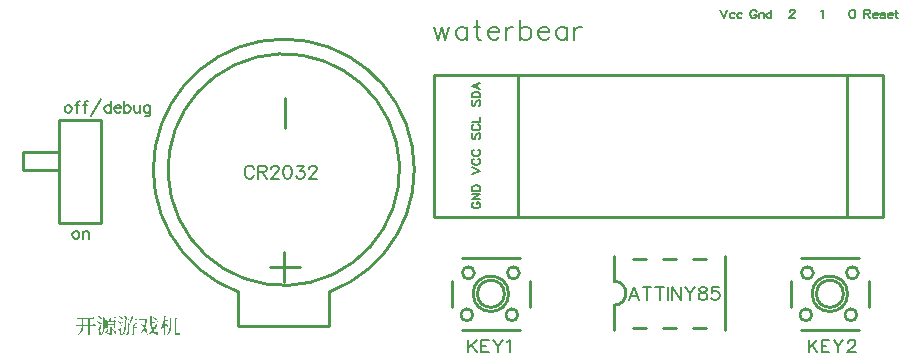
<source format=gto>
G04 Layer: TopSilkscreenLayer*
G04 EasyEDA v6.4.31, 2022-02-07 09:20:43*
G04 3eb59c903aca4652a743d0d7eb9a3f43,45a17ad13836470b90e4f9db8166e0ae,10*
G04 Gerber Generator version 0.2*
G04 Scale: 100 percent, Rotated: No, Reflected: No *
G04 Dimensions in millimeters *
G04 leading zeros omitted , absolute positions ,4 integer and 5 decimal *
%FSLAX45Y45*%
%MOMM*%

%ADD10C,0.2540*%
%ADD15C,0.2000*%
%ADD16C,0.1520*%
%ADD17C,0.1524*%

%LPD*%
G36*
X2728976Y3641851D02*
G01*
X2726944Y3640582D01*
X2730906Y3634841D01*
X2734767Y3628034D01*
X2737967Y3620770D01*
X2739898Y3613912D01*
X2743047Y3612083D01*
X2745994Y3611575D01*
X2748584Y3612184D01*
X2750667Y3613759D01*
X2752090Y3616147D01*
X2752648Y3619195D01*
X2752191Y3622751D01*
X2750566Y3626612D01*
X2747568Y3630574D01*
X2743098Y3634587D01*
X2736951Y3638397D01*
G37*
G36*
X2941574Y3641851D02*
G01*
X2941726Y3627526D01*
X2942183Y3613556D01*
X2942945Y3600043D01*
X2944114Y3586987D01*
X2918206Y3584194D01*
X2920492Y3579114D01*
X2944876Y3581908D01*
X2947314Y3565601D01*
X2950667Y3550310D01*
X2952699Y3543046D01*
X2955036Y3535984D01*
X2957677Y3529228D01*
X2960624Y3522726D01*
X2953461Y3514750D01*
X2945688Y3507130D01*
X2937357Y3499967D01*
X2928366Y3493262D01*
X2918764Y3487115D01*
X2908554Y3481578D01*
X2910078Y3479037D01*
X2921050Y3483508D01*
X2931363Y3488486D01*
X2940964Y3493922D01*
X2949956Y3499815D01*
X2958287Y3506114D01*
X2965958Y3512820D01*
X2971139Y3505403D01*
X2976930Y3498494D01*
X2983280Y3492195D01*
X2990342Y3486658D01*
X2997098Y3482238D01*
X3004159Y3479190D01*
X3010712Y3478479D01*
X3015742Y3481070D01*
X3016605Y3483051D01*
X3016300Y3485794D01*
X3014573Y3489451D01*
X3011170Y3494278D01*
X3014472Y3521964D01*
X3012186Y3522472D01*
X3010255Y3516629D01*
X3005886Y3505758D01*
X3002584Y3499612D01*
X3001365Y3498850D01*
X2999892Y3499205D01*
X2991612Y3505301D01*
X2985922Y3510584D01*
X2980842Y3516426D01*
X2976372Y3522979D01*
X2980994Y3528364D01*
X2985262Y3533800D01*
X2993034Y3544925D01*
X2999587Y3556152D01*
X3002483Y3561791D01*
X3005074Y3567429D01*
X3008071Y3567328D01*
X3010052Y3567734D01*
X3011322Y3568649D01*
X3012186Y3569970D01*
X2991866Y3578098D01*
X2987802Y3567226D01*
X2982772Y3556457D01*
X2976930Y3545738D01*
X2970276Y3535172D01*
X2968091Y3540506D01*
X2966161Y3546094D01*
X2962859Y3557879D01*
X2960319Y3570376D01*
X2958338Y3583432D01*
X3013811Y3589782D01*
X3015183Y3590442D01*
X3016148Y3591458D01*
X3016504Y3592829D01*
X3005124Y3600348D01*
X2998724Y3604260D01*
X2990850Y3592322D01*
X2957830Y3588512D01*
X2957017Y3599586D01*
X2956509Y3611016D01*
X2956255Y3622700D01*
X2956306Y3634486D01*
X2959201Y3635197D01*
X2961081Y3636365D01*
X2962198Y3637889D01*
X2962656Y3639565D01*
G37*
G36*
X3058160Y3641851D02*
G01*
X3058160Y3601465D01*
X3029458Y3601465D01*
X3030982Y3596386D01*
X3055112Y3596386D01*
X3052368Y3583127D01*
X3048914Y3569868D01*
X3044850Y3556914D01*
X3040024Y3544417D01*
X3034588Y3532682D01*
X3031591Y3527196D01*
X3028442Y3521964D01*
X3030982Y3519678D01*
X3038856Y3528822D01*
X3046120Y3538677D01*
X3052572Y3549192D01*
X3058160Y3560318D01*
X3058160Y3478022D01*
X3061208Y3478022D01*
X3065018Y3478529D01*
X3068472Y3479749D01*
X3070910Y3481324D01*
X3071876Y3482848D01*
X3071876Y3577590D01*
X3076651Y3571494D01*
X3081020Y3564636D01*
X3084474Y3557574D01*
X3086354Y3550920D01*
X3089554Y3549091D01*
X3092551Y3548634D01*
X3095142Y3549294D01*
X3097174Y3551021D01*
X3098444Y3553561D01*
X3098850Y3556762D01*
X3098088Y3560470D01*
X3096107Y3564534D01*
X3092653Y3568801D01*
X3087624Y3573018D01*
X3080715Y3577132D01*
X3071876Y3580892D01*
X3071876Y3596386D01*
X3097530Y3596386D01*
X3099308Y3596538D01*
X3100730Y3597046D01*
X3101746Y3597910D01*
X3102356Y3599179D01*
X3092500Y3608374D01*
X3086862Y3613150D01*
X3078734Y3601465D01*
X3071876Y3601465D01*
X3071876Y3634740D01*
X3074873Y3635451D01*
X3076803Y3636518D01*
X3077921Y3637940D01*
X3078480Y3639820D01*
G37*
G36*
X2787142Y3641598D02*
G01*
X2785922Y3635146D01*
X2782366Y3620515D01*
X2780131Y3612794D01*
X2777591Y3605022D01*
X2774746Y3597401D01*
X2771648Y3590137D01*
X2768346Y3583432D01*
X2770378Y3581400D01*
X2775051Y3586835D01*
X2779471Y3592779D01*
X2783687Y3599078D01*
X2787650Y3605529D01*
X2835910Y3605529D01*
X2837637Y3605682D01*
X2838958Y3606139D01*
X2839923Y3607054D01*
X2840482Y3608324D01*
X2830525Y3617010D01*
X2824988Y3621532D01*
X2816352Y3610610D01*
X2790698Y3610610D01*
X2793949Y3616502D01*
X2799181Y3627780D01*
X2801112Y3632962D01*
X2803448Y3632962D01*
X2805226Y3633368D01*
X2806446Y3634079D01*
X2807208Y3635248D01*
G37*
G36*
X2507996Y3640582D02*
G01*
X2506472Y3639058D01*
X2512060Y3634384D01*
X2517444Y3628644D01*
X2521966Y3622344D01*
X2525014Y3615944D01*
X2528468Y3614420D01*
X2531567Y3614216D01*
X2534158Y3615182D01*
X2536139Y3617061D01*
X2537256Y3619703D01*
X2537358Y3622852D01*
X2536342Y3626256D01*
X2533954Y3629812D01*
X2530144Y3633215D01*
X2524607Y3636264D01*
X2517292Y3638804D01*
G37*
G36*
X2683764Y3640582D02*
G01*
X2682240Y3639312D01*
X2687574Y3634282D01*
X2692755Y3628339D01*
X2697124Y3621887D01*
X2700020Y3615436D01*
X2703372Y3614064D01*
X2706420Y3613962D01*
X2708960Y3614928D01*
X2710891Y3616807D01*
X2711958Y3619398D01*
X2712059Y3622497D01*
X2711094Y3625900D01*
X2708808Y3629355D01*
X2705100Y3632809D01*
X2699766Y3635908D01*
X2692704Y3638600D01*
G37*
G36*
X2644648Y3639058D02*
G01*
X2635504Y3627628D01*
X2564638Y3627628D01*
X2548890Y3633978D01*
X2548839Y3579114D01*
X2548534Y3565651D01*
X2547823Y3552088D01*
X2546451Y3538474D01*
X2544267Y3524961D01*
X2542844Y3518306D01*
X2541168Y3511753D01*
X2539238Y3505250D01*
X2537002Y3498850D01*
X2534462Y3492601D01*
X2531567Y3486505D01*
X2528316Y3480562D01*
X2530856Y3478784D01*
X2535021Y3483457D01*
X2538831Y3488334D01*
X2542286Y3493363D01*
X2545334Y3498545D01*
X2548077Y3503879D01*
X2550515Y3509264D01*
X2552700Y3514801D01*
X2554579Y3520389D01*
X2557576Y3531717D01*
X2559659Y3543096D01*
X2561082Y3554374D01*
X2561894Y3565347D01*
X2562250Y3575964D01*
X2562352Y3622294D01*
X2601722Y3622294D01*
X2600248Y3610965D01*
X2598166Y3600958D01*
X2587498Y3600958D01*
X2573528Y3607054D01*
X2573528Y3595878D01*
X2635250Y3595878D01*
X2635250Y3575304D01*
X2586736Y3575304D01*
X2586736Y3595878D01*
X2573528Y3595878D01*
X2573528Y3569970D01*
X2635250Y3569970D01*
X2635250Y3550412D01*
X2586736Y3550412D01*
X2586736Y3569970D01*
X2573528Y3569970D01*
X2573528Y3537204D01*
X2575560Y3537204D01*
X2579573Y3537661D01*
X2583129Y3538728D01*
X2585720Y3539998D01*
X2586736Y3541014D01*
X2586736Y3545332D01*
X2604516Y3545332D01*
X2604414Y3496360D01*
X2603906Y3495344D01*
X2602788Y3494735D01*
X2600960Y3494532D01*
X2582164Y3495801D01*
X2582164Y3493008D01*
X2587091Y3492144D01*
X2590901Y3491077D01*
X2593797Y3489756D01*
X2595880Y3488182D01*
X2597200Y3486404D01*
X2598064Y3484118D01*
X2598623Y3481476D01*
X2598928Y3478529D01*
X2608986Y3480663D01*
X2614726Y3484727D01*
X2617368Y3490417D01*
X2617978Y3497579D01*
X2617978Y3545332D01*
X2635250Y3545332D01*
X2635250Y3538728D01*
X2637536Y3538728D01*
X2641092Y3539185D01*
X2644648Y3540251D01*
X2647442Y3541522D01*
X2648712Y3542537D01*
X2648712Y3593592D01*
X2651048Y3594150D01*
X2653131Y3594963D01*
X2654757Y3596030D01*
X2655824Y3597148D01*
X2640584Y3608324D01*
X2633726Y3600958D01*
X2604262Y3600958D01*
X2610358Y3607308D01*
X2613202Y3610813D01*
X2615692Y3614420D01*
X2618130Y3614826D01*
X2620060Y3615639D01*
X2621432Y3616807D01*
X2622296Y3618229D01*
X2605786Y3622294D01*
X2656332Y3622294D01*
X2658110Y3622446D01*
X2659481Y3622954D01*
X2660548Y3623818D01*
X2661158Y3625087D01*
X2650540Y3634282D01*
G37*
G36*
X2458720Y3637787D02*
G01*
X2449830Y3626358D01*
X2325370Y3626358D01*
X2326640Y3621278D01*
X2420366Y3621278D01*
X2420366Y3566414D01*
X2379726Y3566414D01*
X2379726Y3621278D01*
X2364994Y3621278D01*
X2364994Y3566414D01*
X2318258Y3566414D01*
X2319782Y3561334D01*
X2364740Y3561334D01*
X2363978Y3549548D01*
X2362250Y3538270D01*
X2360930Y3532835D01*
X2359304Y3527501D01*
X2357323Y3522268D01*
X2354935Y3517188D01*
X2352141Y3512210D01*
X2348890Y3507333D01*
X2345131Y3502609D01*
X2340914Y3497986D01*
X2336139Y3493515D01*
X2330805Y3489147D01*
X2324862Y3484930D01*
X2318258Y3480815D01*
X2320036Y3478529D01*
X2327046Y3481476D01*
X2333447Y3484575D01*
X2339340Y3487877D01*
X2344724Y3491280D01*
X2349601Y3494836D01*
X2354021Y3498596D01*
X2357983Y3502406D01*
X2361539Y3506419D01*
X2364689Y3510483D01*
X2367483Y3514699D01*
X2369870Y3519017D01*
X2371953Y3523386D01*
X2373731Y3527907D01*
X2375255Y3532479D01*
X2376474Y3537153D01*
X2378252Y3546652D01*
X2379218Y3556406D01*
X2379472Y3561334D01*
X2420366Y3561334D01*
X2420366Y3478784D01*
X2422906Y3478784D01*
X2428036Y3479342D01*
X2431846Y3480612D01*
X2434285Y3482086D01*
X2435098Y3483356D01*
X2435098Y3561334D01*
X2479294Y3561334D01*
X2481072Y3561486D01*
X2482494Y3561943D01*
X2483510Y3562858D01*
X2484120Y3564128D01*
X2479090Y3569157D01*
X2467864Y3579114D01*
X2458974Y3566414D01*
X2435098Y3566414D01*
X2435098Y3621278D01*
X2470404Y3621278D01*
X2472182Y3621430D01*
X2473553Y3621938D01*
X2474620Y3622801D01*
X2475230Y3624072D01*
G37*
G36*
X3159252Y3637279D02*
G01*
X3151378Y3628644D01*
X3125216Y3628644D01*
X3108960Y3635248D01*
X3108909Y3560013D01*
X3108401Y3547516D01*
X3107944Y3541471D01*
X3106318Y3529787D01*
X3105150Y3524148D01*
X3103727Y3518611D01*
X3102000Y3513277D01*
X3099917Y3508044D01*
X3097479Y3502964D01*
X3094685Y3498037D01*
X3091535Y3493211D01*
X3087878Y3488588D01*
X3083814Y3484118D01*
X3079242Y3479800D01*
X3081528Y3478022D01*
X3088132Y3482187D01*
X3094024Y3486556D01*
X3099206Y3491229D01*
X3103727Y3496157D01*
X3107639Y3501288D01*
X3110941Y3506571D01*
X3113786Y3512108D01*
X3116122Y3517747D01*
X3118002Y3523538D01*
X3119526Y3529431D01*
X3120644Y3535476D01*
X3121507Y3541572D01*
X3122422Y3553917D01*
X3122676Y3566414D01*
X3122676Y3623564D01*
X3153410Y3623564D01*
X3153410Y3496310D01*
X3153918Y3490417D01*
X3155797Y3486404D01*
X3159709Y3484118D01*
X3166364Y3483356D01*
X3174492Y3483356D01*
X3184601Y3483813D01*
X3191154Y3485184D01*
X3194761Y3487623D01*
X3195828Y3491229D01*
X3195574Y3493109D01*
X3194710Y3494684D01*
X3193135Y3496005D01*
X3190748Y3497326D01*
X3189986Y3520440D01*
X3187954Y3520440D01*
X3185312Y3506978D01*
X3183991Y3501440D01*
X3182874Y3498087D01*
X3181604Y3496818D01*
X3180334Y3496310D01*
X3170428Y3496310D01*
X3168751Y3496564D01*
X3167837Y3497275D01*
X3167481Y3498443D01*
X3167380Y3621024D01*
X3170072Y3621481D01*
X3172104Y3622192D01*
X3173628Y3623005D01*
X3174746Y3624072D01*
G37*
G36*
X2971292Y3634486D02*
G01*
X2969768Y3632962D01*
X2975711Y3627577D01*
X2981502Y3621227D01*
X2986481Y3614369D01*
X2989834Y3607562D01*
X2993237Y3606241D01*
X2996285Y3606241D01*
X2998774Y3607308D01*
X3000552Y3609289D01*
X3001467Y3611981D01*
X3001416Y3615232D01*
X3000197Y3618737D01*
X2997657Y3622446D01*
X2993644Y3626053D01*
X2988005Y3629355D01*
X2980639Y3632250D01*
G37*
G36*
X2912110Y3623818D02*
G01*
X2903728Y3614928D01*
X2853436Y3614928D01*
X2855214Y3609848D01*
X2904998Y3609848D01*
X2902915Y3597097D01*
X2900375Y3584448D01*
X2897378Y3572001D01*
X2893822Y3559810D01*
X2886913Y3566972D01*
X2879090Y3574440D01*
X2870301Y3582009D01*
X2860548Y3589782D01*
X2858008Y3588258D01*
X2865526Y3578707D01*
X2873400Y3568090D01*
X2881223Y3556660D01*
X2888742Y3544824D01*
X2884119Y3533343D01*
X2878785Y3522268D01*
X2872790Y3511753D01*
X2866085Y3501847D01*
X2858617Y3492703D01*
X2854604Y3488436D01*
X2850388Y3484372D01*
X2852674Y3482086D01*
X2861970Y3488994D01*
X2870403Y3496564D01*
X2877972Y3504692D01*
X2884728Y3513328D01*
X2890875Y3522421D01*
X2896362Y3531870D01*
X2900324Y3524148D01*
X2903829Y3516579D01*
X2906776Y3509314D01*
X2909062Y3502406D01*
X2912211Y3500424D01*
X2915056Y3499662D01*
X2917494Y3500170D01*
X2919374Y3501796D01*
X2920644Y3504488D01*
X2921152Y3508197D01*
X2920898Y3512820D01*
X2919679Y3518357D01*
X2917444Y3524707D01*
X2914142Y3531768D01*
X2909570Y3539540D01*
X2903728Y3547872D01*
X2906522Y3555136D01*
X2909062Y3562502D01*
X2913329Y3577386D01*
X2916834Y3592372D01*
X2919730Y3607308D01*
X2924352Y3608222D01*
X2925775Y3608984D01*
X2926842Y3610101D01*
G37*
G36*
X2763520Y3621786D02*
G01*
X2755646Y3610864D01*
X2712212Y3610864D01*
X2713482Y3605529D01*
X2728468Y3605529D01*
X2728366Y3573830D01*
X2727858Y3561334D01*
X2726791Y3548126D01*
X2724861Y3534511D01*
X2723591Y3527653D01*
X2720086Y3513734D01*
X2717850Y3506825D01*
X2715260Y3499916D01*
X2712313Y3493109D01*
X2708910Y3486404D01*
X2705100Y3479800D01*
X2707386Y3477514D01*
X2712161Y3482797D01*
X2716428Y3488232D01*
X2720289Y3493871D01*
X2723692Y3499713D01*
X2726740Y3505606D01*
X2729382Y3511651D01*
X2731668Y3517747D01*
X2733700Y3523894D01*
X2736799Y3536187D01*
X2738882Y3548329D01*
X2740202Y3560114D01*
X2740914Y3571240D01*
X2755138Y3571240D01*
X2754680Y3549192D01*
X2754071Y3531260D01*
X2753156Y3517188D01*
X2751988Y3506724D01*
X2751277Y3502863D01*
X2750464Y3499764D01*
X2749550Y3497529D01*
X2748534Y3496056D01*
X2747568Y3495090D01*
X2746451Y3494481D01*
X2745028Y3494125D01*
X2740101Y3494125D01*
X2731211Y3494786D01*
X2726944Y3495294D01*
X2726944Y3492246D01*
X2730601Y3491382D01*
X2733903Y3490315D01*
X2736545Y3489096D01*
X2738374Y3487674D01*
X2739745Y3486048D01*
X2740609Y3483965D01*
X2740964Y3481425D01*
X2740914Y3478529D01*
X2745892Y3478885D01*
X2750515Y3480003D01*
X2754630Y3482086D01*
X2758186Y3485134D01*
X2759760Y3487267D01*
X2761132Y3490112D01*
X2762351Y3493668D01*
X2763469Y3498037D01*
X2765196Y3509365D01*
X2766466Y3524758D01*
X2767330Y3544570D01*
X2767838Y3569462D01*
X2770378Y3569919D01*
X2772359Y3570579D01*
X2773832Y3571341D01*
X2774950Y3572256D01*
X2760726Y3584194D01*
X2753360Y3576320D01*
X2741168Y3576320D01*
X2741371Y3581196D01*
X2741422Y3605529D01*
X2773172Y3605529D01*
X2774899Y3605733D01*
X2776220Y3606241D01*
X2777185Y3607155D01*
X2777744Y3608324D01*
X2768650Y3617163D01*
G37*
G36*
X2542286Y3610864D02*
G01*
X2514244Y3539998D01*
X2510028Y3530803D01*
X2509062Y3529634D01*
X2508046Y3529177D01*
X2499106Y3529076D01*
X2499106Y3525520D01*
X2503779Y3524605D01*
X2505710Y3523843D01*
X2507488Y3522726D01*
X2508859Y3521201D01*
X2509977Y3518611D01*
X2510739Y3515106D01*
X2511196Y3510737D01*
X2511348Y3505606D01*
X2511145Y3499865D01*
X2510637Y3493617D01*
X2509774Y3486912D01*
X2510536Y3483051D01*
X2512060Y3480257D01*
X2514142Y3478580D01*
X2516632Y3478022D01*
X2521102Y3478936D01*
X2524455Y3481527D01*
X2526690Y3485642D01*
X2527554Y3490976D01*
X2526995Y3500983D01*
X2525318Y3509060D01*
X2523439Y3515918D01*
X2522474Y3522218D01*
X2522524Y3525723D01*
X2522931Y3529685D01*
X2524760Y3538474D01*
X2529586Y3556050D01*
X2545334Y3610101D01*
G37*
G36*
X2714498Y3600704D02*
G01*
X2688234Y3536391D01*
X2685643Y3531615D01*
X2684729Y3530549D01*
X2683662Y3530142D01*
X2674620Y3530092D01*
X2674620Y3526282D01*
X2679496Y3525469D01*
X2681478Y3524707D01*
X2683256Y3523487D01*
X2684576Y3521964D01*
X2685592Y3519373D01*
X2686304Y3515868D01*
X2686761Y3511448D01*
X2686862Y3506317D01*
X2686659Y3500526D01*
X2686151Y3494176D01*
X2685288Y3487420D01*
X2685999Y3483508D01*
X2687320Y3480663D01*
X2689199Y3478885D01*
X2691638Y3478276D01*
X2695752Y3479139D01*
X2698953Y3481679D01*
X2701086Y3485692D01*
X2702052Y3490976D01*
X2701645Y3501136D01*
X2699969Y3509416D01*
X2698089Y3516426D01*
X2696972Y3522726D01*
X2697175Y3526129D01*
X2698496Y3533597D01*
X2699918Y3539947D01*
X2717546Y3600196D01*
G37*
G36*
X2496820Y3599434D02*
G01*
X2495296Y3598164D01*
X2500376Y3593795D01*
X2505303Y3588562D01*
X2509418Y3582771D01*
X2512060Y3576828D01*
X2515514Y3575456D01*
X2518562Y3575354D01*
X2521153Y3576320D01*
X2523083Y3578148D01*
X2524201Y3580688D01*
X2524353Y3583635D01*
X2523388Y3586886D01*
X2521204Y3590137D01*
X2517597Y3593236D01*
X2512415Y3595928D01*
X2505557Y3598062D01*
G37*
G36*
X2675382Y3599434D02*
G01*
X2673858Y3598164D01*
X2678582Y3593592D01*
X2683103Y3588156D01*
X2686812Y3582212D01*
X2689098Y3576065D01*
X2692298Y3574592D01*
X2695244Y3574389D01*
X2697784Y3575304D01*
X2699715Y3577031D01*
X2700883Y3579469D01*
X2701188Y3582415D01*
X2700426Y3585667D01*
X2698445Y3588969D01*
X2695143Y3592220D01*
X2690266Y3595166D01*
X2683764Y3597656D01*
G37*
G36*
X2822956Y3592829D02*
G01*
X2815336Y3585464D01*
X2778760Y3585464D01*
X2780284Y3580129D01*
X2814320Y3580129D01*
X2809087Y3572408D01*
X2803652Y3564890D01*
X2796540Y3565651D01*
X2796540Y3543046D01*
X2771902Y3543046D01*
X2773426Y3537965D01*
X2796540Y3537965D01*
X2796540Y3496310D01*
X2796387Y3494887D01*
X2795828Y3493922D01*
X2794812Y3493414D01*
X2793238Y3493262D01*
X2775712Y3494278D01*
X2775712Y3491737D01*
X2780385Y3490874D01*
X2783941Y3489807D01*
X2786481Y3488486D01*
X2788158Y3486912D01*
X2789580Y3485134D01*
X2790545Y3483000D01*
X2791155Y3480409D01*
X2791460Y3477514D01*
X2801112Y3479495D01*
X2806547Y3483203D01*
X2808986Y3488537D01*
X2809494Y3495548D01*
X2809494Y3537965D01*
X2835910Y3537965D01*
X2837383Y3538169D01*
X2838653Y3538677D01*
X2839618Y3539591D01*
X2840228Y3540760D01*
X2835910Y3545128D01*
X2826258Y3553714D01*
X2818638Y3543046D01*
X2809494Y3543046D01*
X2809494Y3559048D01*
X2812135Y3559708D01*
X2814015Y3560673D01*
X2815234Y3561943D01*
X2815844Y3563620D01*
X2808732Y3564382D01*
X2819908Y3571798D01*
X2829560Y3578606D01*
X2832100Y3578707D01*
X2834030Y3579012D01*
X2835452Y3579571D01*
X2836418Y3580384D01*
G37*
G36*
X2580132Y3533648D02*
G01*
X2578150Y3528517D01*
X2575610Y3522979D01*
X2572664Y3517188D01*
X2569311Y3511245D01*
X2565603Y3505301D01*
X2561590Y3499561D01*
X2557373Y3494125D01*
X2552954Y3489198D01*
X2554986Y3486912D01*
X2560624Y3490772D01*
X2566009Y3495040D01*
X2571191Y3499662D01*
X2576017Y3504437D01*
X2580487Y3509314D01*
X2588209Y3518966D01*
X2591308Y3523487D01*
X2594051Y3523183D01*
X2595930Y3523437D01*
X2597150Y3524250D01*
X2597912Y3525520D01*
G37*
G36*
X2626360Y3531362D02*
G01*
X2624074Y3530092D01*
X2631135Y3521862D01*
X2634691Y3517137D01*
X2637993Y3512210D01*
X2641041Y3507130D01*
X2643682Y3502050D01*
X2645765Y3497072D01*
X2647188Y3492246D01*
X2649728Y3490772D01*
X2652166Y3490214D01*
X2654350Y3490417D01*
X2656179Y3491331D01*
X2657652Y3492855D01*
X2658668Y3494989D01*
X2659126Y3497630D01*
X2658973Y3500678D01*
X2658110Y3504031D01*
X2656484Y3507689D01*
X2654046Y3511600D01*
X2650642Y3515563D01*
X2646273Y3519627D01*
X2640787Y3523640D01*
X2634183Y3527602D01*
G37*
D15*
X2245106Y5428487D02*
G01*
X2236215Y5423915D01*
X2227072Y5414771D01*
X2222500Y5401310D01*
X2222500Y5392165D01*
X2227072Y5378450D01*
X2236215Y5369305D01*
X2245106Y5364734D01*
X2258822Y5364734D01*
X2267965Y5369305D01*
X2277109Y5378450D01*
X2281681Y5392165D01*
X2281681Y5401310D01*
X2277109Y5414771D01*
X2267965Y5423915D01*
X2258822Y5428487D01*
X2245106Y5428487D01*
X2347975Y5460237D02*
G01*
X2338831Y5460237D01*
X2329688Y5455665D01*
X2325115Y5442204D01*
X2325115Y5364734D01*
X2311654Y5428487D02*
G01*
X2343404Y5428487D01*
X2414270Y5460237D02*
G01*
X2405125Y5460237D01*
X2396236Y5455665D01*
X2391663Y5442204D01*
X2391663Y5364734D01*
X2377947Y5428487D02*
G01*
X2409697Y5428487D01*
X2526029Y5478526D02*
G01*
X2444241Y5332984D01*
X2610611Y5460237D02*
G01*
X2610611Y5364734D01*
X2610611Y5414771D02*
G01*
X2601468Y5423915D01*
X2592577Y5428487D01*
X2578861Y5428487D01*
X2569718Y5423915D01*
X2560574Y5414771D01*
X2556256Y5401310D01*
X2556256Y5392165D01*
X2560574Y5378450D01*
X2569718Y5369305D01*
X2578861Y5364734D01*
X2592577Y5364734D01*
X2601468Y5369305D01*
X2610611Y5378450D01*
X2640584Y5401310D02*
G01*
X2695193Y5401310D01*
X2695193Y5410200D01*
X2690622Y5419344D01*
X2686050Y5423915D01*
X2677159Y5428487D01*
X2663443Y5428487D01*
X2654300Y5423915D01*
X2645156Y5414771D01*
X2640584Y5401310D01*
X2640584Y5392165D01*
X2645156Y5378450D01*
X2654300Y5369305D01*
X2663443Y5364734D01*
X2677159Y5364734D01*
X2686050Y5369305D01*
X2695193Y5378450D01*
X2725165Y5460237D02*
G01*
X2725165Y5364734D01*
X2725165Y5414771D02*
G01*
X2734309Y5423915D01*
X2743454Y5428487D01*
X2757170Y5428487D01*
X2766059Y5423915D01*
X2775204Y5414771D01*
X2779775Y5401310D01*
X2779775Y5392165D01*
X2775204Y5378450D01*
X2766059Y5369305D01*
X2757170Y5364734D01*
X2743454Y5364734D01*
X2734309Y5369305D01*
X2725165Y5378450D01*
X2809747Y5428487D02*
G01*
X2809747Y5383021D01*
X2814320Y5369305D01*
X2823463Y5364734D01*
X2836925Y5364734D01*
X2846070Y5369305D01*
X2859786Y5383021D01*
X2859786Y5428487D02*
G01*
X2859786Y5364734D01*
X2944368Y5428487D02*
G01*
X2944368Y5355844D01*
X2939795Y5342128D01*
X2935224Y5337555D01*
X2926079Y5332984D01*
X2912618Y5332984D01*
X2903474Y5337555D01*
X2944368Y5414771D02*
G01*
X2935224Y5423915D01*
X2926079Y5428487D01*
X2912618Y5428487D01*
X2903474Y5423915D01*
X2894329Y5414771D01*
X2889758Y5401310D01*
X2889758Y5392165D01*
X2894329Y5378450D01*
X2903474Y5369305D01*
X2912618Y5364734D01*
X2926079Y5364734D01*
X2935224Y5369305D01*
X2944368Y5378450D01*
X2308606Y4361685D02*
G01*
X2299715Y4357113D01*
X2290572Y4347969D01*
X2286000Y4334507D01*
X2286000Y4325363D01*
X2290572Y4311647D01*
X2299715Y4302503D01*
X2308606Y4297931D01*
X2322322Y4297931D01*
X2331465Y4302503D01*
X2340609Y4311647D01*
X2345181Y4325363D01*
X2345181Y4334507D01*
X2340609Y4347969D01*
X2331465Y4357113D01*
X2322322Y4361685D01*
X2308606Y4361685D01*
X2375154Y4361685D02*
G01*
X2375154Y4297931D01*
X2375154Y4343397D02*
G01*
X2388615Y4357113D01*
X2397759Y4361685D01*
X2411475Y4361685D01*
X2420620Y4357113D01*
X2425191Y4343397D01*
X2425191Y4297931D01*
D16*
X7772400Y6236462D02*
G01*
X7800086Y6163563D01*
X7827772Y6236462D02*
G01*
X7800086Y6163563D01*
X7892288Y6201663D02*
G01*
X7885429Y6208776D01*
X7878318Y6212078D01*
X7867904Y6212078D01*
X7861045Y6208776D01*
X7854188Y6201663D01*
X7850631Y6191250D01*
X7850631Y6184392D01*
X7854188Y6173978D01*
X7861045Y6167120D01*
X7867904Y6163563D01*
X7878318Y6163563D01*
X7885429Y6167120D01*
X7892288Y6173978D01*
X7956550Y6201663D02*
G01*
X7949691Y6208776D01*
X7942834Y6212078D01*
X7932420Y6212078D01*
X7925561Y6208776D01*
X7918450Y6201663D01*
X7915147Y6191250D01*
X7915147Y6184392D01*
X7918450Y6173978D01*
X7925561Y6167120D01*
X7932420Y6163563D01*
X7942834Y6163563D01*
X7949691Y6167120D01*
X7956550Y6173978D01*
X8078470Y6219189D02*
G01*
X8074913Y6226047D01*
X8068056Y6232905D01*
X8060943Y6236462D01*
X8047227Y6236462D01*
X8040370Y6232905D01*
X8033258Y6226047D01*
X8029956Y6219189D01*
X8026400Y6208776D01*
X8026400Y6191250D01*
X8029956Y6181089D01*
X8033258Y6173978D01*
X8040370Y6167120D01*
X8047227Y6163563D01*
X8060943Y6163563D01*
X8068056Y6167120D01*
X8074913Y6173978D01*
X8078470Y6181089D01*
X8078470Y6191250D01*
X8060943Y6191250D02*
G01*
X8078470Y6191250D01*
X8101329Y6212078D02*
G01*
X8101329Y6163563D01*
X8101329Y6198362D02*
G01*
X8111490Y6208776D01*
X8118602Y6212078D01*
X8129015Y6212078D01*
X8135874Y6208776D01*
X8139429Y6198362D01*
X8139429Y6163563D01*
X8203691Y6236462D02*
G01*
X8203691Y6163563D01*
X8203691Y6201663D02*
G01*
X8196834Y6208776D01*
X8189975Y6212078D01*
X8179561Y6212078D01*
X8172450Y6208776D01*
X8165591Y6201663D01*
X8162290Y6191250D01*
X8162290Y6184392D01*
X8165591Y6173978D01*
X8172450Y6167120D01*
X8179561Y6163563D01*
X8189975Y6163563D01*
X8196834Y6167120D01*
X8203691Y6173978D01*
X8991600Y6236462D02*
G01*
X8991600Y6163563D01*
X8991600Y6236462D02*
G01*
X9022841Y6236462D01*
X9033256Y6232905D01*
X9036558Y6229350D01*
X9040113Y6222492D01*
X9040113Y6215634D01*
X9036558Y6208776D01*
X9033256Y6205220D01*
X9022841Y6201663D01*
X8991600Y6201663D01*
X9015729Y6201663D02*
G01*
X9040113Y6163563D01*
X9062974Y6191250D02*
G01*
X9104629Y6191250D01*
X9104629Y6198362D01*
X9101074Y6205220D01*
X9097518Y6208776D01*
X9090659Y6212078D01*
X9080245Y6212078D01*
X9073388Y6208776D01*
X9066529Y6201663D01*
X9062974Y6191250D01*
X9062974Y6184392D01*
X9066529Y6173978D01*
X9073388Y6167120D01*
X9080245Y6163563D01*
X9090659Y6163563D01*
X9097518Y6167120D01*
X9104629Y6173978D01*
X9165590Y6201663D02*
G01*
X9162034Y6208776D01*
X9151620Y6212078D01*
X9141206Y6212078D01*
X9130791Y6208776D01*
X9127490Y6201663D01*
X9130791Y6194805D01*
X9137650Y6191250D01*
X9155175Y6187947D01*
X9162034Y6184392D01*
X9165590Y6177534D01*
X9165590Y6173978D01*
X9162034Y6167120D01*
X9151620Y6163563D01*
X9141206Y6163563D01*
X9130791Y6167120D01*
X9127490Y6173978D01*
X9188450Y6191250D02*
G01*
X9229852Y6191250D01*
X9229852Y6198362D01*
X9226550Y6205220D01*
X9222993Y6208776D01*
X9216136Y6212078D01*
X9205722Y6212078D01*
X9198609Y6208776D01*
X9191752Y6201663D01*
X9188450Y6191250D01*
X9188450Y6184392D01*
X9191752Y6173978D01*
X9198609Y6167120D01*
X9205722Y6163563D01*
X9216136Y6163563D01*
X9222993Y6167120D01*
X9229852Y6173978D01*
X9263125Y6236462D02*
G01*
X9263125Y6177534D01*
X9266681Y6167120D01*
X9273540Y6163563D01*
X9280397Y6163563D01*
X9252711Y6212078D02*
G01*
X9277095Y6212078D01*
X8360156Y6219189D02*
G01*
X8360156Y6222492D01*
X8363458Y6229350D01*
X8367013Y6232905D01*
X8373872Y6236462D01*
X8387841Y6236462D01*
X8394700Y6232905D01*
X8398256Y6229350D01*
X8401558Y6222492D01*
X8401558Y6215634D01*
X8398256Y6208776D01*
X8391143Y6198362D01*
X8356600Y6163563D01*
X8405113Y6163563D01*
X8623300Y6222492D02*
G01*
X8630158Y6226047D01*
X8640572Y6236462D01*
X8640572Y6163563D01*
X8885427Y6236462D02*
G01*
X8875013Y6232905D01*
X8868156Y6222492D01*
X8864600Y6205220D01*
X8864600Y6194805D01*
X8868156Y6177534D01*
X8875013Y6167120D01*
X8885427Y6163563D01*
X8892286Y6163563D01*
X8902700Y6167120D01*
X8909558Y6177534D01*
X8913113Y6194805D01*
X8913113Y6205220D01*
X8909558Y6222492D01*
X8902700Y6232905D01*
X8892286Y6236462D01*
X8885427Y6236462D01*
D15*
X5346700Y6093460D02*
G01*
X5379465Y5978905D01*
X5412231Y6093460D02*
G01*
X5379465Y5978905D01*
X5412231Y6093460D02*
G01*
X5444997Y5978905D01*
X5477509Y6093460D02*
G01*
X5444997Y5978905D01*
X5629909Y6093460D02*
G01*
X5629909Y5978905D01*
X5629909Y6068821D02*
G01*
X5613400Y6085078D01*
X5597143Y6093460D01*
X5572506Y6093460D01*
X5556250Y6085078D01*
X5539740Y6068821D01*
X5531611Y6044184D01*
X5531611Y6027928D01*
X5539740Y6003289D01*
X5556250Y5987034D01*
X5572506Y5978905D01*
X5597143Y5978905D01*
X5613400Y5987034D01*
X5629909Y6003289D01*
X5708395Y6150610D02*
G01*
X5708395Y6011671D01*
X5716524Y5987034D01*
X5732779Y5978905D01*
X5749290Y5978905D01*
X5683758Y6093460D02*
G01*
X5741161Y6093460D01*
X5803138Y6044184D02*
G01*
X5901436Y6044184D01*
X5901436Y6060694D01*
X5893308Y6076950D01*
X5885179Y6085078D01*
X5868670Y6093460D01*
X5844031Y6093460D01*
X5827775Y6085078D01*
X5811520Y6068821D01*
X5803138Y6044184D01*
X5803138Y6027928D01*
X5811520Y6003289D01*
X5827775Y5987034D01*
X5844031Y5978905D01*
X5868670Y5978905D01*
X5885179Y5987034D01*
X5901436Y6003289D01*
X5955538Y6093460D02*
G01*
X5955538Y5978905D01*
X5955538Y6044184D02*
G01*
X5963665Y6068821D01*
X5979922Y6085078D01*
X5996431Y6093460D01*
X6020815Y6093460D01*
X6074918Y6150610D02*
G01*
X6074918Y5978905D01*
X6074918Y6068821D02*
G01*
X6091174Y6085078D01*
X6107684Y6093460D01*
X6132068Y6093460D01*
X6148577Y6085078D01*
X6164834Y6068821D01*
X6172961Y6044184D01*
X6172961Y6027928D01*
X6164834Y6003289D01*
X6148577Y5987034D01*
X6132068Y5978905D01*
X6107684Y5978905D01*
X6091174Y5987034D01*
X6074918Y6003289D01*
X6227063Y6044184D02*
G01*
X6325361Y6044184D01*
X6325361Y6060694D01*
X6316979Y6076950D01*
X6308852Y6085078D01*
X6292595Y6093460D01*
X6267958Y6093460D01*
X6251702Y6085078D01*
X6235191Y6068821D01*
X6227063Y6044184D01*
X6227063Y6027928D01*
X6235191Y6003289D01*
X6251702Y5987034D01*
X6267958Y5978905D01*
X6292595Y5978905D01*
X6308852Y5987034D01*
X6325361Y6003289D01*
X6477508Y6093460D02*
G01*
X6477508Y5978905D01*
X6477508Y6068821D02*
G01*
X6460997Y6085078D01*
X6444741Y6093460D01*
X6420104Y6093460D01*
X6403847Y6085078D01*
X6387338Y6068821D01*
X6379209Y6044184D01*
X6379209Y6027928D01*
X6387338Y6003289D01*
X6403847Y5987034D01*
X6420104Y5978905D01*
X6444741Y5978905D01*
X6460997Y5987034D01*
X6477508Y6003289D01*
X6531356Y6093460D02*
G01*
X6531356Y5978905D01*
X6531356Y6044184D02*
G01*
X6539484Y6068821D01*
X6555993Y6085078D01*
X6572250Y6093460D01*
X6596888Y6093460D01*
D17*
X3824531Y4890058D02*
G01*
X3819197Y4900472D01*
X3808783Y4910632D01*
X3798369Y4915966D01*
X3777795Y4915966D01*
X3767381Y4910632D01*
X3756967Y4900472D01*
X3751633Y4890058D01*
X3746553Y4874310D01*
X3746553Y4848402D01*
X3751633Y4832908D01*
X3756967Y4822494D01*
X3767381Y4812080D01*
X3777795Y4806746D01*
X3798369Y4806746D01*
X3808783Y4812080D01*
X3819197Y4822494D01*
X3824531Y4832908D01*
X3858821Y4915966D02*
G01*
X3858821Y4806746D01*
X3858821Y4915966D02*
G01*
X3905557Y4915966D01*
X3921051Y4910632D01*
X3926385Y4905552D01*
X3931465Y4895138D01*
X3931465Y4884724D01*
X3926385Y4874310D01*
X3921051Y4869230D01*
X3905557Y4863896D01*
X3858821Y4863896D01*
X3895143Y4863896D02*
G01*
X3931465Y4806746D01*
X3970835Y4890058D02*
G01*
X3970835Y4895138D01*
X3976169Y4905552D01*
X3981249Y4910632D01*
X3991663Y4915966D01*
X4012491Y4915966D01*
X4022905Y4910632D01*
X4027985Y4905552D01*
X4033319Y4895138D01*
X4033319Y4884724D01*
X4027985Y4874310D01*
X4017825Y4858816D01*
X3965755Y4806746D01*
X4038399Y4806746D01*
X4103931Y4915966D02*
G01*
X4088437Y4910632D01*
X4078023Y4895138D01*
X4072689Y4869230D01*
X4072689Y4853482D01*
X4078023Y4827574D01*
X4088437Y4812080D01*
X4103931Y4806746D01*
X4114345Y4806746D01*
X4129839Y4812080D01*
X4140253Y4827574D01*
X4145587Y4853482D01*
X4145587Y4869230D01*
X4140253Y4895138D01*
X4129839Y4910632D01*
X4114345Y4915966D01*
X4103931Y4915966D01*
X4190291Y4915966D02*
G01*
X4247441Y4915966D01*
X4216199Y4874310D01*
X4231693Y4874310D01*
X4242107Y4869230D01*
X4247441Y4863896D01*
X4252521Y4848402D01*
X4252521Y4837988D01*
X4247441Y4822494D01*
X4237027Y4812080D01*
X4221279Y4806746D01*
X4205785Y4806746D01*
X4190291Y4812080D01*
X4184957Y4817160D01*
X4179877Y4827574D01*
X4292145Y4890058D02*
G01*
X4292145Y4895138D01*
X4297225Y4905552D01*
X4302305Y4910632D01*
X4312719Y4915966D01*
X4333547Y4915966D01*
X4343961Y4910632D01*
X4349295Y4905552D01*
X4354375Y4895138D01*
X4354375Y4884724D01*
X4349295Y4874310D01*
X4338881Y4858816D01*
X4286811Y4806746D01*
X4359455Y4806746D01*
X5684215Y4607011D02*
G01*
X5677103Y4603455D01*
X5670245Y4596597D01*
X5666689Y4589485D01*
X5666689Y4575769D01*
X5670245Y4568911D01*
X5677103Y4561799D01*
X5684215Y4558497D01*
X5694375Y4554941D01*
X5711901Y4554941D01*
X5722315Y4558497D01*
X5729173Y4561799D01*
X5736031Y4568911D01*
X5739587Y4575769D01*
X5739587Y4589485D01*
X5736031Y4596597D01*
X5729173Y4603455D01*
X5722315Y4607011D01*
X5711901Y4607011D01*
X5711901Y4589485D02*
G01*
X5711901Y4607011D01*
X5666689Y4629871D02*
G01*
X5739587Y4629871D01*
X5666689Y4629871D02*
G01*
X5739587Y4678131D01*
X5666689Y4678131D02*
G01*
X5739587Y4678131D01*
X5666689Y4700991D02*
G01*
X5739587Y4700991D01*
X5666689Y4700991D02*
G01*
X5666689Y4725375D01*
X5670245Y4735789D01*
X5677103Y4742647D01*
X5684215Y4746203D01*
X5694375Y4749505D01*
X5711901Y4749505D01*
X5722315Y4746203D01*
X5729173Y4742647D01*
X5736031Y4735789D01*
X5739587Y4725375D01*
X5739587Y4700991D01*
X5666689Y4844526D02*
G01*
X5739587Y4872212D01*
X5666689Y4899898D02*
G01*
X5739587Y4872212D01*
X5684215Y4974828D02*
G01*
X5677103Y4971272D01*
X5670245Y4964414D01*
X5666689Y4957556D01*
X5666689Y4943586D01*
X5670245Y4936728D01*
X5677103Y4929616D01*
X5684215Y4926314D01*
X5694375Y4922758D01*
X5711901Y4922758D01*
X5722315Y4926314D01*
X5729173Y4929616D01*
X5736031Y4936728D01*
X5739587Y4943586D01*
X5739587Y4957556D01*
X5736031Y4964414D01*
X5729173Y4971272D01*
X5722315Y4974828D01*
X5684215Y5049504D02*
G01*
X5677103Y5046202D01*
X5670245Y5039090D01*
X5666689Y5032232D01*
X5666689Y5018516D01*
X5670245Y5011404D01*
X5677103Y5004546D01*
X5684215Y5000990D01*
X5694375Y4997688D01*
X5711901Y4997688D01*
X5722315Y5000990D01*
X5729173Y5004546D01*
X5736031Y5011404D01*
X5739587Y5018516D01*
X5739587Y5032232D01*
X5736031Y5039090D01*
X5729173Y5046202D01*
X5722315Y5049504D01*
X5677103Y5190296D02*
G01*
X5670245Y5183438D01*
X5666689Y5173024D01*
X5666689Y5159054D01*
X5670245Y5148640D01*
X5677103Y5141782D01*
X5684215Y5141782D01*
X5691073Y5145338D01*
X5694375Y5148640D01*
X5697931Y5155752D01*
X5704789Y5176326D01*
X5708345Y5183438D01*
X5711901Y5186740D01*
X5718759Y5190296D01*
X5729173Y5190296D01*
X5736031Y5183438D01*
X5739587Y5173024D01*
X5739587Y5159054D01*
X5736031Y5148640D01*
X5729173Y5141782D01*
X5684215Y5264972D02*
G01*
X5677103Y5261670D01*
X5670245Y5254812D01*
X5666689Y5247700D01*
X5666689Y5233984D01*
X5670245Y5226872D01*
X5677103Y5220014D01*
X5684215Y5216712D01*
X5694375Y5213156D01*
X5711901Y5213156D01*
X5722315Y5216712D01*
X5729173Y5220014D01*
X5736031Y5226872D01*
X5739587Y5233984D01*
X5739587Y5247700D01*
X5736031Y5254812D01*
X5729173Y5261670D01*
X5722315Y5264972D01*
X5666689Y5287832D02*
G01*
X5739587Y5287832D01*
X5739587Y5287832D02*
G01*
X5739587Y5329488D01*
X5677103Y5469900D02*
G01*
X5670245Y5463042D01*
X5666689Y5452628D01*
X5666689Y5438658D01*
X5670245Y5428244D01*
X5677103Y5421386D01*
X5684215Y5421386D01*
X5691073Y5424942D01*
X5694375Y5428244D01*
X5697931Y5435356D01*
X5704789Y5455930D01*
X5708345Y5463042D01*
X5711901Y5466344D01*
X5718759Y5469900D01*
X5729173Y5469900D01*
X5736031Y5463042D01*
X5739587Y5452628D01*
X5739587Y5438658D01*
X5736031Y5428244D01*
X5729173Y5421386D01*
X5666689Y5492760D02*
G01*
X5739587Y5492760D01*
X5666689Y5492760D02*
G01*
X5666689Y5516890D01*
X5670245Y5527304D01*
X5677103Y5534416D01*
X5684215Y5537718D01*
X5694375Y5541274D01*
X5711901Y5541274D01*
X5722315Y5537718D01*
X5729173Y5534416D01*
X5736031Y5527304D01*
X5739587Y5516890D01*
X5739587Y5492760D01*
X5666689Y5591820D02*
G01*
X5739587Y5564134D01*
X5666689Y5591820D02*
G01*
X5739587Y5619506D01*
X5715203Y5574548D02*
G01*
X5715203Y5609092D01*
X7039356Y3887139D02*
G01*
X6997700Y3778173D01*
X7039356Y3887139D02*
G01*
X7080758Y3778173D01*
X7013193Y3814495D02*
G01*
X7065263Y3814495D01*
X7151370Y3887139D02*
G01*
X7151370Y3778173D01*
X7115047Y3887139D02*
G01*
X7187945Y3887139D01*
X7258558Y3887139D02*
G01*
X7258558Y3778173D01*
X7222236Y3887139D02*
G01*
X7294879Y3887139D01*
X7329170Y3887139D02*
G01*
X7329170Y3778173D01*
X7363459Y3887139D02*
G01*
X7363459Y3778173D01*
X7363459Y3887139D02*
G01*
X7436104Y3778173D01*
X7436104Y3887139D02*
G01*
X7436104Y3778173D01*
X7470393Y3887139D02*
G01*
X7512050Y3835323D01*
X7512050Y3778173D01*
X7553706Y3887139D02*
G01*
X7512050Y3835323D01*
X7613904Y3887139D02*
G01*
X7598409Y3882059D01*
X7593075Y3871645D01*
X7593075Y3861231D01*
X7598409Y3850817D01*
X7608570Y3845737D01*
X7629397Y3840403D01*
X7645145Y3835323D01*
X7655559Y3824909D01*
X7660640Y3814495D01*
X7660640Y3799001D01*
X7655559Y3788587D01*
X7650225Y3783253D01*
X7634731Y3778173D01*
X7613904Y3778173D01*
X7598409Y3783253D01*
X7593075Y3788587D01*
X7587995Y3799001D01*
X7587995Y3814495D01*
X7593075Y3824909D01*
X7603490Y3835323D01*
X7618984Y3840403D01*
X7639811Y3845737D01*
X7650225Y3850817D01*
X7655559Y3861231D01*
X7655559Y3871645D01*
X7650225Y3882059D01*
X7634731Y3887139D01*
X7613904Y3887139D01*
X7757159Y3887139D02*
G01*
X7705343Y3887139D01*
X7700009Y3840403D01*
X7705343Y3845737D01*
X7720838Y3850817D01*
X7736586Y3850817D01*
X7752079Y3845737D01*
X7762493Y3835323D01*
X7767574Y3819575D01*
X7767574Y3809415D01*
X7762493Y3793667D01*
X7752079Y3783253D01*
X7736586Y3778173D01*
X7720838Y3778173D01*
X7705343Y3783253D01*
X7700009Y3788587D01*
X7694929Y3799001D01*
X8521700Y3442715D02*
G01*
X8521700Y3333750D01*
X8594343Y3442715D02*
G01*
X8521700Y3370071D01*
X8547608Y3395979D02*
G01*
X8594343Y3333750D01*
X8628634Y3442715D02*
G01*
X8628634Y3333750D01*
X8628634Y3442715D02*
G01*
X8696197Y3442715D01*
X8628634Y3390900D02*
G01*
X8670290Y3390900D01*
X8628634Y3333750D02*
G01*
X8696197Y3333750D01*
X8730488Y3442715D02*
G01*
X8772143Y3390900D01*
X8772143Y3333750D01*
X8813800Y3442715D02*
G01*
X8772143Y3390900D01*
X8853170Y3416807D02*
G01*
X8853170Y3421887D01*
X8858250Y3432302D01*
X8863584Y3437636D01*
X8873997Y3442715D01*
X8894825Y3442715D01*
X8905240Y3437636D01*
X8910320Y3432302D01*
X8915400Y3421887D01*
X8915400Y3411473D01*
X8910320Y3401060D01*
X8899906Y3385565D01*
X8848090Y3333750D01*
X8920734Y3333750D01*
X5638800Y3442715D02*
G01*
X5638800Y3333750D01*
X5711443Y3442715D02*
G01*
X5638800Y3370071D01*
X5664708Y3395979D02*
G01*
X5711443Y3333750D01*
X5745734Y3442715D02*
G01*
X5745734Y3333750D01*
X5745734Y3442715D02*
G01*
X5813297Y3442715D01*
X5745734Y3390900D02*
G01*
X5787390Y3390900D01*
X5745734Y3333750D02*
G01*
X5813297Y3333750D01*
X5847588Y3442715D02*
G01*
X5889243Y3390900D01*
X5889243Y3333750D01*
X5930900Y3442715D02*
G01*
X5889243Y3390900D01*
X5965190Y3421887D02*
G01*
X5975350Y3427221D01*
X5991097Y3442715D01*
X5991097Y3333750D01*
D10*
X1871700Y4878339D02*
G01*
X2171700Y4878339D01*
X1871700Y5028338D02*
G01*
X1871700Y4878339D01*
X2171700Y5028338D02*
G01*
X1871700Y5028338D01*
X2531699Y5299100D02*
G01*
X2531699Y4429099D01*
X2171700Y4429099D02*
G01*
X2531699Y4429099D01*
X2171700Y5299100D02*
G01*
X2531699Y5299100D01*
X2171700Y5299100D02*
G01*
X2171700Y4429099D01*
X4086707Y5236316D02*
G01*
X4086707Y5490314D01*
X4461708Y3556312D02*
G01*
X4461708Y3846311D01*
X3691707Y3556312D02*
G01*
X3691704Y3836311D01*
X3691707Y3556312D02*
G01*
X4461708Y3556312D01*
X4076707Y3929311D02*
G01*
X4076707Y4183311D01*
X4213707Y4056311D02*
G01*
X3959707Y4056311D01*
X5346700Y4479503D02*
G01*
X9146692Y4479503D01*
X5346700Y4479503D02*
G01*
X5346700Y5679500D01*
X5346700Y5679500D02*
G01*
X9146692Y5679500D01*
X9146692Y5679500D02*
G01*
X9146692Y4479503D01*
X9136684Y4479503D01*
X6056706Y4479503D02*
G01*
X6056706Y5679500D01*
X8846693Y4479503D02*
G01*
X8846693Y5679500D01*
X6870600Y3733876D02*
G01*
X6870600Y3524054D01*
X6870600Y3937076D02*
G01*
X6870600Y4146745D01*
X7810599Y4146745D02*
G01*
X7810599Y3524054D01*
X7029477Y4127576D02*
G01*
X7143719Y4127576D01*
X7283480Y4127576D02*
G01*
X7397719Y4127576D01*
X7537480Y4127576D02*
G01*
X7651722Y4127576D01*
X7029284Y3543373D02*
G01*
X7143915Y3543376D01*
X7283284Y3543376D02*
G01*
X7397915Y3543376D01*
X7537284Y3543376D02*
G01*
X7651915Y3543373D01*
X9029700Y3942499D02*
G01*
X9029700Y3718410D01*
X8454486Y4135254D02*
G01*
X8944513Y4135254D01*
X8369300Y3942499D02*
G01*
X8369300Y3718410D01*
X8454486Y3525654D02*
G01*
X8944513Y3525654D01*
X6159500Y3942499D02*
G01*
X6159500Y3718410D01*
X5584286Y4135254D02*
G01*
X6074313Y4135254D01*
X5499100Y3942499D02*
G01*
X5499100Y3718410D01*
X5584286Y3525654D02*
G01*
X6074313Y3525654D01*
G75*
G01*
X4496707Y3996312D02*
G03*
X4487875Y3992171I-420531J885557D01*
G75*
G01*
X4461708Y3846312D02*
G03*
X3692710Y3845565I-385505J1035572D01*
G75*
G01*
X6870601Y3937076D02*
G02*
X6870601Y3733876I0J-101600D01*
G75*
G01
X8559800Y4008247D02*
G03X8559800Y4008247I-50800J0D01*
G75*
G01
X8547100Y3652647D02*
G03X8547100Y3652647I-50800J0D01*
G75*
G01
X8940800Y4008247D02*
G03X8940800Y4008247I-50800J0D01*
G75*
G01
X8928100Y3652647D02*
G03X8928100Y3652647I-50800J0D01*
G75*
G01
X8813800Y3830447D02*
G03X8813800Y3830447I-114300J0D01*
G75*
G01
X8849614Y3830447D02*
G03X8849614Y3830447I-150114J0D01*
G75*
G01
X5689600Y4008247D02*
G03X5689600Y4008247I-50800J0D01*
G75*
G01
X5676900Y3652647D02*
G03X5676900Y3652647I-50800J0D01*
G75*
G01
X6070600Y4008247D02*
G03X6070600Y4008247I-50800J0D01*
G75*
G01
X6057900Y3652647D02*
G03X6057900Y3652647I-50800J0D01*
G75*
G01
X5943600Y3830447D02*
G03X5943600Y3830447I-114300J0D01*
G75*
G01
X5979414Y3830447D02*
G03X5979414Y3830447I-150114J0D01*
M02*

</source>
